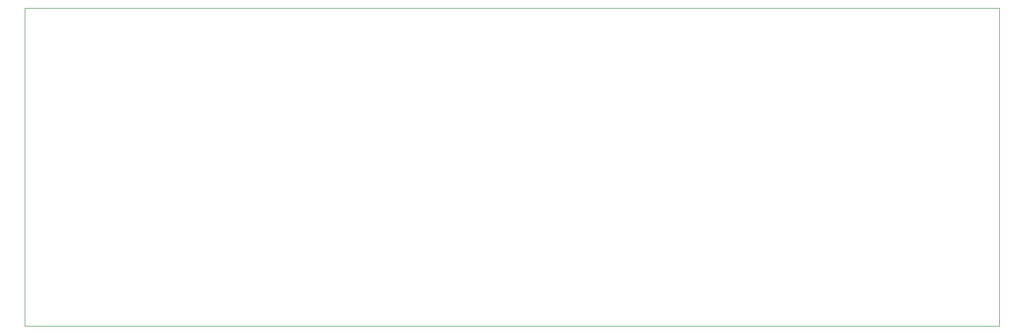
<source format=gbr>
G04 #@! TF.GenerationSoftware,KiCad,Pcbnew,(5.99.0-2620-gc6e388db1)*
G04 #@! TF.CreationDate,2020-10-01T22:16:18+03:00*
G04 #@! TF.ProjectId,TH-XWhatsIt-F,54482d58-5768-4617-9473-49742d462e6b,0.0.3*
G04 #@! TF.SameCoordinates,Original*
G04 #@! TF.FileFunction,Profile,NP*
%FSLAX46Y46*%
G04 Gerber Fmt 4.6, Leading zero omitted, Abs format (unit mm)*
G04 Created by KiCad (PCBNEW (5.99.0-2620-gc6e388db1)) date 2020-10-01 22:16:18*
%MOMM*%
%LPD*%
G01*
G04 APERTURE LIST*
G04 #@! TA.AperFunction,Profile*
%ADD10C,0.050000*%
G04 #@! TD*
G04 APERTURE END LIST*
D10*
X39166800Y-128676400D02*
X192481200Y-128676400D01*
X192481200Y-128676400D02*
X192481200Y-178714400D01*
X192481200Y-178714400D02*
X39166800Y-178714400D01*
X39166800Y-178714400D02*
X39166800Y-128676400D01*
M02*

</source>
